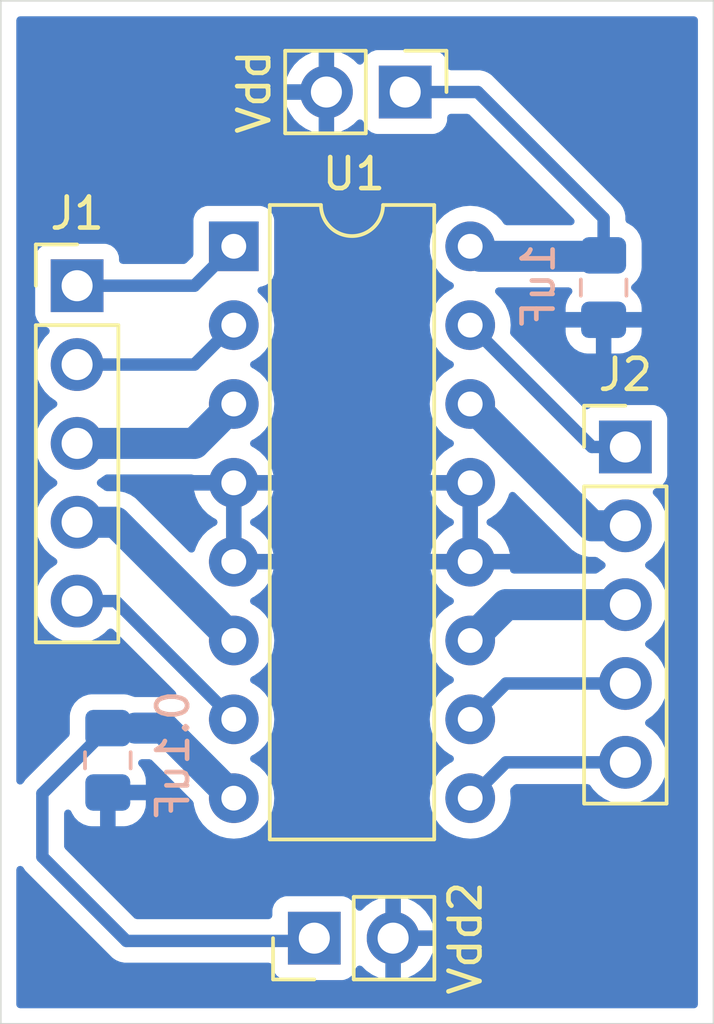
<source format=kicad_pcb>
(kicad_pcb (version 20240108) (generator "pcbnew") (generator_version "8.0")
  (layers (0 "F.Cu" signal) (31 "B.Cu" signal) (34 "B.Paste" user) (35 "F.Paste" user) (36 "B.SilkS" user "B.Silkscreen") (37 "F.SilkS" user "F.Silkscreen") (38 "B.Mask" user) (39 "F.Mask" user) (44 "Edge.Cuts" user))
  (net 0 "")
  (net 1 "Net-(J4-Pin_1)")
  (net 2 "GND")
  (net 3 "/1Y")
  (net 4 "/1A")
  (net 5 "/2A")
  (net 6 "/EN1,2")
  (net 7 "/2Y")
  (net 8 "/3A")
  (net 9 "/4Y")
  (net 10 "/3Y")
  (net 11 "/4A")
  (net 12 "/EN3,4")
  (net 13 "Net-(J3-Pin_1)")
  (footprint "Connector_PinHeader_2.54mm:PinHeader_1x02_P2.54mm_Vertical" (layer "F.Cu") (at 177.725 96.6 -90)
    (property "Reference" "J4" (hide yes))
    (property "Value" "Vdd" (at 0 4.87 90) (layer "F.SilkS"))
    (fp_line (start -1.33 3.87) (end 1.33 3.87) (stroke (width 0.12)) (layer "F.SilkS"))
    (fp_line (start -1.33 1.27) (end -1.33 3.87) (stroke (width 0.12)) (layer "F.SilkS"))
    (fp_line (start -1.33 1.27) (end 1.33 1.27) (stroke (width 0.12)) (layer "F.SilkS"))
    (fp_line (start 1.33 1.27) (end 1.33 3.87) (stroke (width 0.12)) (layer "F.SilkS"))
    (fp_line (start -1.33 0) (end -1.33 -1.33) (stroke (width 0.12)) (layer "F.SilkS"))
    (fp_line (start -1.33 -1.33) (end 0 -1.33) (stroke (width 0.12)) (layer "F.SilkS"))
    (pad "1" thru_hole rect (at 0 0 270) (size 1.7 1.7) (drill 1) (layers "*.Cu" "*.Mask") (net 1 "Net-(J4-Pin_1)"))
    (pad "2" thru_hole oval (at 0 2.54 270) (size 1.7 1.7) (drill 1) (layers "*.Cu" "*.Mask") (net 2 "GND"))
  )
  (footprint "Connector_PinHeader_2.54mm:PinHeader_1x05_P2.54mm_Vertical" (layer "F.Cu") (at 167.15 102.84)
    (property "Reference" "J1" (at 0 -2.33 0) (layer "F.SilkS"))
    (property "Value" "Conn_01x05_Pin" (hide yes))
    (fp_line (start -1.33 -1.33) (end 0 -1.33) (stroke (width 0.12)) (layer "F.SilkS"))
    (fp_line (start -1.33 0) (end -1.33 -1.33) (stroke (width 0.12)) (layer "F.SilkS"))
    (fp_line (start -1.33 1.27) (end -1.33 11.49) (stroke (width 0.12)) (layer "F.SilkS"))
    (fp_line (start -1.33 1.27) (end 1.33 1.27) (stroke (width 0.12)) (layer "F.SilkS"))
    (fp_line (start -1.33 11.49) (end 1.33 11.49) (stroke (width 0.12)) (layer "F.SilkS"))
    (fp_line (start 1.33 1.27) (end 1.33 11.49) (stroke (width 0.12)) (layer "F.SilkS"))
    (pad "1" thru_hole rect (at 0 0) (size 1.7 1.7) (drill 1) (layers "*.Cu" "*.Mask") (net 6 "/EN1,2"))
    (pad "2" thru_hole oval (at 0 2.54) (size 1.7 1.7) (drill 1) (layers "*.Cu" "*.Mask") (net 4 "/1A"))
    (pad "3" thru_hole oval (at 0 5.08) (size 1.7 1.7) (drill 1) (layers "*.Cu" "*.Mask") (net 3 "/1Y"))
    (pad "4" thru_hole oval (at 0 7.62) (size 1.7 1.7) (drill 1) (layers "*.Cu" "*.Mask") (net 7 "/2Y"))
    (pad "5" thru_hole oval (at 0 10.16) (size 1.7 1.7) (drill 1) (layers "*.Cu" "*.Mask") (net 5 "/2A"))
  )
  (footprint "Package_DIP:DIP-16_W7.62mm" (layer "F.Cu") (at 172.2 101.57)
    (property "Reference" "U1" (at 3.87 -2.33 0) (layer "F.SilkS"))
    (property "Value" "HBridge" (hide yes))
    (fp_line (start 1.16 -1.33) (end 1.16 19.11) (stroke (width 0.12)) (layer "F.SilkS"))
    (fp_line (start 1.16 19.11) (end 6.46 19.11) (stroke (width 0.12)) (layer "F.SilkS"))
    (fp_line (start 2.81 -1.33) (end 1.16 -1.33) (stroke (width 0.12)) (layer "F.SilkS"))
    (fp_line (start 6.46 -1.33) (end 4.81 -1.33) (stroke (width 0.12)) (layer "F.SilkS"))
    (fp_line (start 6.46 19.11) (end 6.46 -1.33) (stroke (width 0.12)) (layer "F.SilkS"))
    (fp_arc (start 4.81 -1.33) (mid 3.81 -0.33) (end 2.81 -1.33) (stroke (width 0.12)) (layer "F.SilkS"))
    (pad "1" thru_hole rect (at 0 0) (size 1.6 1.6) (drill 0.8) (layers "*.Cu" "*.Mask") (net 6 "/EN1,2"))
    (pad "2" thru_hole oval (at 0 2.54) (size 1.6 1.6) (drill 0.8) (layers "*.Cu" "*.Mask") (net 4 "/1A"))
    (pad "3" thru_hole oval (at 0 5.08) (size 1.6 1.6) (drill 0.8) (layers "*.Cu" "*.Mask") (net 3 "/1Y"))
    (pad "4" thru_hole oval (at 0 7.62) (size 1.6 1.6) (drill 0.8) (layers "*.Cu" "*.Mask") (net 2 "GND"))
    (pad "5" thru_hole oval (at 0 10.16) (size 1.6 1.6) (drill 0.8) (layers "*.Cu" "*.Mask") (net 2 "GND"))
    (pad "6" thru_hole oval (at 0 12.7) (size 1.6 1.6) (drill 0.8) (layers "*.Cu" "*.Mask") (net 7 "/2Y"))
    (pad "7" thru_hole oval (at 0 15.24) (size 1.6 1.6) (drill 0.8) (layers "*.Cu" "*.Mask") (net 5 "/2A"))
    (pad "8" thru_hole oval (at 0 17.78) (size 1.6 1.6) (drill 0.8) (layers "*.Cu" "*.Mask") (net 13 "Net-(J3-Pin_1)"))
    (pad "9" thru_hole oval (at 7.62 17.78) (size 1.6 1.6) (drill 0.8) (layers "*.Cu" "*.Mask") (net 12 "/EN3,4"))
    (pad "10" thru_hole oval (at 7.62 15.24) (size 1.6 1.6) (drill 0.8) (layers "*.Cu" "*.Mask") (net 8 "/3A"))
    (pad "11" thru_hole oval (at 7.62 12.7) (size 1.6 1.6) (drill 0.8) (layers "*.Cu" "*.Mask") (net 10 "/3Y"))
    (pad "12" thru_hole oval (at 7.62 10.16) (size 1.6 1.6) (drill 0.8) (layers "*.Cu" "*.Mask") (net 2 "GND"))
    (pad "13" thru_hole oval (at 7.62 7.62) (size 1.6 1.6) (drill 0.8) (layers "*.Cu" "*.Mask") (net 2 "GND"))
    (pad "14" thru_hole oval (at 7.62 5.08) (size 1.6 1.6) (drill 0.8) (layers "*.Cu" "*.Mask") (net 9 "/4Y"))
    (pad "15" thru_hole oval (at 7.62 2.54) (size 1.6 1.6) (drill 0.8) (layers "*.Cu" "*.Mask") (net 11 "/4A"))
    (pad "16" thru_hole oval (at 7.62 0) (size 1.6 1.6) (drill 0.8) (layers "*.Cu" "*.Mask") (net 1 "Net-(J4-Pin_1)"))
  )
  (footprint "Connector_PinHeader_2.54mm:PinHeader_1x05_P2.54mm_Vertical" (layer "F.Cu") (at 184.82 108.035)
    (property "Reference" "J2" (at 0 -2.33 0) (layer "F.SilkS"))
    (property "Value" "Conn_01x05_Pin" (hide yes))
    (fp_line (start -1.33 -1.33) (end 0 -1.33) (stroke (width 0.12)) (layer "F.SilkS"))
    (fp_line (start -1.33 0) (end -1.33 -1.33) (stroke (width 0.12)) (layer "F.SilkS"))
    (fp_line (start -1.33 1.27) (end -1.33 11.49) (stroke (width 0.12)) (layer "F.SilkS"))
    (fp_line (start -1.33 1.27) (end 1.33 1.27) (stroke (width 0.12)) (layer "F.SilkS"))
    (fp_line (start -1.33 11.49) (end 1.33 11.49) (stroke (width 0.12)) (layer "F.SilkS"))
    (fp_line (start 1.33 1.27) (end 1.33 11.49) (stroke (width 0.12)) (layer "F.SilkS"))
    (pad "1" thru_hole rect (at 0 0) (size 1.7 1.7) (drill 1) (layers "*.Cu" "*.Mask") (net 11 "/4A"))
    (pad "2" thru_hole oval (at 0 2.54) (size 1.7 1.7) (drill 1) (layers "*.Cu" "*.Mask") (net 9 "/4Y"))
    (pad "3" thru_hole oval (at 0 5.08) (size 1.7 1.7) (drill 1) (layers "*.Cu" "*.Mask") (net 10 "/3Y"))
    (pad "4" thru_hole oval (at 0 7.62) (size 1.7 1.7) (drill 1) (layers "*.Cu" "*.Mask") (net 8 "/3A"))
    (pad "5" thru_hole oval (at 0 10.16) (size 1.7 1.7) (drill 1) (layers "*.Cu" "*.Mask") (net 12 "/EN3,4"))
  )
  (footprint "Connector_PinHeader_2.54mm:PinHeader_1x02_P2.54mm_Vertical" (layer "F.Cu") (at 174.795 123.86 90)
    (property "Reference" "J3" (hide yes))
    (property "Value" "Vdd2" (at 0 4.87 90) (layer "F.SilkS"))
    (fp_line (start -1.33 -1.33) (end 0 -1.33) (stroke (width 0.12)) (layer "F.SilkS"))
    (fp_line (start -1.33 0) (end -1.33 -1.33) (stroke (width 0.12)) (layer "F.SilkS"))
    (fp_line (start 1.33 1.27) (end 1.33 3.87) (stroke (width 0.12)) (layer "F.SilkS"))
    (fp_line (start -1.33 1.27) (end 1.33 1.27) (stroke (width 0.12)) (layer "F.SilkS"))
    (fp_line (start -1.33 1.27) (end -1.33 3.87) (stroke (width 0.12)) (layer "F.SilkS"))
    (fp_line (start -1.33 3.87) (end 1.33 3.87) (stroke (width 0.12)) (layer "F.SilkS"))
    (pad "1" thru_hole rect (at 0 0 90) (size 1.7 1.7) (drill 1) (layers "*.Cu" "*.Mask") (net 13 "Net-(J3-Pin_1)"))
    (pad "2" thru_hole oval (at 0 2.54 90) (size 1.7 1.7) (drill 1) (layers "*.Cu" "*.Mask") (net 2 "GND"))
  )
  (footprint "Capacitor_SMD:C_0805_2012Metric_Pad1.18x1.45mm_HandSolder" (layer "B.Cu") (at 168.14 118.13 -90)
    (property "Reference" "C1" (hide yes))
    (property "Value" "0.1uF" (at -0.17 -2.1 90) (layer "B.SilkS") (effects (justify mirror)))
    (fp_line (start 0.261252 0.735) (end -0.261252 0.735) (stroke (width 0.12)) (layer "B.SilkS"))
    (fp_line (start 0.261252 -0.735) (end -0.261252 -0.735) (stroke (width 0.12)) (layer "B.SilkS"))
    (pad "1" smd roundrect (at -1.0375 0 270) (size 1.175 1.45) (layers "B.Cu" "B.Paste" "B.Mask") (roundrect_rratio 0.212766) (net 13 "Net-(J3-Pin_1)"))
    (pad "2" smd roundrect (at 1.0375 0 270) (size 1.175 1.45) (layers "B.Cu" "B.Paste" "B.Mask") (roundrect_rratio 0.212766) (net 2 "GND"))
  )
  (footprint "Capacitor_SMD:C_0805_2012Metric_Pad1.18x1.45mm_HandSolder" (layer "B.Cu") (at 184.12 102.9 -90)
    (property "Reference" "C2" (hide yes))
    (property "Value" "1uF" (at -0.06 2.1 90) (layer "B.SilkS") (effects (justify mirror)))
    (fp_line (start 0.261252 0.735) (end -0.261252 0.735) (stroke (width 0.12)) (layer "B.SilkS"))
    (fp_line (start 0.261252 -0.735) (end -0.261252 -0.735) (stroke (width 0.12)) (layer "B.SilkS"))
    (pad "1" smd roundrect (at -1.0375 0 270) (size 1.175 1.45) (layers "B.Cu" "B.Paste" "B.Mask") (roundrect_rratio 0.212766) (net 1 "Net-(J4-Pin_1)"))
    (pad "2" smd roundrect (at 1.0375 0 270) (size 1.175 1.45) (layers "B.Cu" "B.Paste" "B.Mask") (roundrect_rratio 0.212766) (net 2 "GND"))
  )
  (gr_rect (start 164.69 93.66) (end 187.66 126.62) (stroke (width 0.05)) (fill none) (layer "Edge.Cuts"))
  (segment (start 180.1425 101.8925) (end 184.09 101.8925) (width 1) (layer "B.Cu") (net 1))
  (segment (start 184.09 101.8925) (end 184.12 101.8625) (width 1) (layer "B.Cu") (net 1))
  (segment (start 180.1425 101.8925) (end 179.82 101.57) (width 0.4) (layer "B.Cu") (net 1))
  (segment (start 184.12 101.8625) (end 184.12 100.66) (width 0.4) (layer "B.Cu") (net 1))
  (segment (start 180.06 96.6) (end 177.725 96.6) (width 0.4) (layer "B.Cu") (net 1))
  (segment (start 184.12 100.66) (end 180.06 96.6) (width 0.4) (layer "B.Cu") (net 1))
  (segment (start 170.93 107.92) (end 172.2 106.65) (width 1) (layer "B.Cu") (net 3))
  (segment (start 167.15 107.92) (end 170.93 107.92) (width 1) (layer "B.Cu") (net 3))
  (segment (start 170.93 105.38) (end 172.2 104.11) (width 0.4) (layer "B.Cu") (net 4))
  (segment (start 167.15 105.38) (end 170.93 105.38) (width 0.4) (layer "B.Cu") (net 4))
  (segment (start 168.39 113) (end 172.2 116.81) (width 0.4) (layer "B.Cu") (net 5))
  (segment (start 167.15 113) (end 168.39 113) (width 0.4) (layer "B.Cu") (net 5))
  (segment (start 170.93 102.84) (end 172.2 101.57) (width 0.4) (layer "B.Cu") (net 6))
  (segment (start 167.15 102.84) (end 170.93 102.84) (width 0.4) (layer "B.Cu") (net 6))
  (segment (start 168.39 110.46) (end 172.2 114.27) (width 1) (layer "B.Cu") (net 7))
  (segment (start 167.15 110.46) (end 168.39 110.46) (width 1) (layer "B.Cu") (net 7))
  (segment (start 180.975 115.655) (end 179.82 116.81) (width 0.4) (layer "B.Cu") (net 8))
  (segment (start 184.82 115.655) (end 180.975 115.655) (width 0.4) (layer "B.Cu") (net 8))
  (segment (start 183.745 110.575) (end 184.82 110.575) (width 1) (layer "B.Cu") (net 9))
  (segment (start 179.82 106.65) (end 183.745 110.575) (width 1) (layer "B.Cu") (net 9))
  (segment (start 184.82 113.115) (end 180.975 113.115) (width 1) (layer "B.Cu") (net 10))
  (segment (start 180.975 113.115) (end 179.82 114.27) (width 1) (layer "B.Cu") (net 10))
  (segment (start 183.745 108.035) (end 184.82 108.035) (width 0.4) (layer "B.Cu") (net 11))
  (segment (start 179.82 104.11) (end 183.745 108.035) (width 0.4) (layer "B.Cu") (net 11))
  (segment (start 184.82 118.195) (end 180.975 118.195) (width 0.4) (layer "B.Cu") (net 12))
  (segment (start 180.975 118.195) (end 179.82 119.35) (width 0.4) (layer "B.Cu") (net 12))
  (segment (start 174.706166 123.948834) (end 174.795 123.86) (width 0.4) (layer "B.Cu") (net 13))
  (segment (start 166.03 121.24) (end 168.738834 123.948834) (width 0.4) (layer "B.Cu") (net 13))
  (segment (start 169.03 117.0925) (end 169.9425 117.0925) (width 1) (layer "B.Cu") (net 13))
  (segment (start 166.03 119.2025) (end 166.03 121.24) (width 0.4) (layer "B.Cu") (net 13))
  (segment (start 169.9425 117.0925) (end 172.2 119.35) (width 1) (layer "B.Cu") (net 13))
  (segment (start 169.03 117.0925) (end 168.133834 117.0925) (width 0.4) (layer "B.Cu") (net 13))
  (segment (start 168.738834 123.948834) (end 174.706166 123.948834) (width 0.4) (layer "B.Cu") (net 13))
  (segment (start 168.14 117.0925) (end 166.03 119.2025) (width 0.4) (layer "B.Cu") (net 13))
  (zone (net 2) (net_name "GND") (layer "B.Cu") (connect_pads (clearance 0.5)) (min_thickness 0.25) (fill yes (thermal_gap 0.5) (thermal_bridge_width 0.5))
    (polygon (pts (xy 165.01 94) (xy 187.32 94) (xy 187.27 126.29) (xy 164.87 126.47) (xy 165.01 93.99)))
  )
)
</source>
